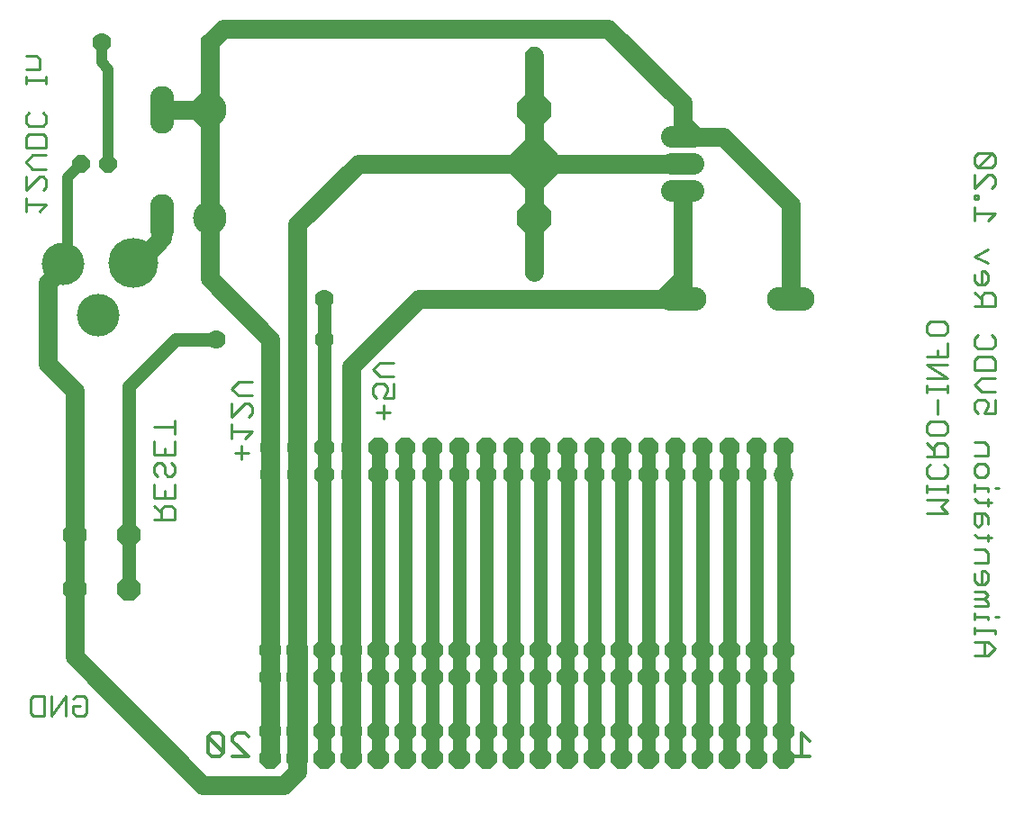
<source format=gbr>
G75*
G70*
%OFA0B0*%
%FSLAX24Y24*%
%IPPOS*%
%LPD*%
%AMOC8*
5,1,8,0,0,1.08239X$1,22.5*
%
%ADD10C,0.0100*%
%ADD11C,0.0120*%
%ADD12OC8,0.0880*%
%ADD13OC8,0.0800*%
%ADD14OC8,0.0640*%
%ADD15C,0.1575*%
%ADD16C,0.1850*%
%ADD17C,0.1240*%
%ADD18OC8,0.1240*%
%ADD19C,0.0700*%
%ADD20O,0.0880X0.1760*%
%ADD21O,0.1760X0.0880*%
%ADD22O,0.1600X0.0800*%
%ADD23C,0.0720*%
%ADD24OC8,0.0720*%
%ADD25C,0.0500*%
%ADD26C,0.0400*%
%ADD27C,0.0700*%
%ADD28C,0.0760*%
%ADD29C,0.0320*%
D10*
X002030Y005638D02*
X001903Y005765D01*
X001903Y006272D01*
X002030Y006399D01*
X002411Y006399D01*
X002411Y005638D01*
X002030Y005638D01*
X002695Y005638D02*
X002695Y006399D01*
X003202Y006399D02*
X002695Y005638D01*
X003202Y005638D02*
X003202Y006399D01*
X003487Y006272D02*
X003614Y006399D01*
X003867Y006399D01*
X003994Y006272D01*
X003994Y005765D01*
X003867Y005638D01*
X003614Y005638D01*
X003487Y005765D01*
X003487Y006019D01*
X003741Y006019D01*
X006484Y012929D02*
X007245Y012929D01*
X007245Y013309D01*
X007118Y013436D01*
X006865Y013436D01*
X006738Y013309D01*
X006738Y012929D01*
X006738Y013182D02*
X006484Y013436D01*
X006484Y013721D02*
X006484Y014228D01*
X006611Y014513D02*
X006484Y014639D01*
X006484Y014893D01*
X006611Y015020D01*
X006738Y015020D01*
X006865Y014893D01*
X006865Y014639D01*
X006991Y014513D01*
X007118Y014513D01*
X007245Y014639D01*
X007245Y014893D01*
X007118Y015020D01*
X007245Y015304D02*
X006484Y015304D01*
X006484Y015812D01*
X006865Y015558D02*
X006865Y015304D01*
X007245Y015304D02*
X007245Y015812D01*
X007245Y016096D02*
X007245Y016603D01*
X007245Y016350D02*
X006484Y016350D01*
X007245Y014228D02*
X007245Y013721D01*
X006484Y013721D01*
X006865Y013721D02*
X006865Y013974D01*
X009471Y015392D02*
X009978Y015392D01*
X009725Y015645D02*
X009725Y015138D01*
X009851Y015930D02*
X010105Y016184D01*
X009344Y016184D01*
X009344Y016437D02*
X009344Y015930D01*
X009344Y016722D02*
X009851Y017229D01*
X009978Y017229D01*
X010105Y017102D01*
X010105Y016849D01*
X009978Y016722D01*
X009344Y016722D02*
X009344Y017229D01*
X009598Y017514D02*
X009344Y017767D01*
X009598Y018021D01*
X010105Y018021D01*
X010105Y017514D02*
X009598Y017514D01*
X014594Y017557D02*
X014721Y017430D01*
X014594Y017557D02*
X014594Y017810D01*
X014721Y017937D01*
X014975Y017937D01*
X015101Y017810D01*
X015101Y017684D01*
X014975Y017430D01*
X015355Y017430D01*
X015355Y017937D01*
X015355Y018222D02*
X014848Y018222D01*
X014594Y018476D01*
X014848Y018729D01*
X015355Y018729D01*
X014975Y017145D02*
X014975Y016638D01*
X015228Y016892D02*
X014721Y016892D01*
X002495Y024571D02*
X001734Y024571D01*
X001734Y024824D02*
X001734Y024317D01*
X002241Y024317D02*
X002495Y024571D01*
X002368Y025109D02*
X002495Y025236D01*
X002495Y025489D01*
X002368Y025616D01*
X002241Y025616D01*
X001734Y025109D01*
X001734Y025616D01*
X001988Y025901D02*
X001734Y026154D01*
X001988Y026408D01*
X002495Y026408D01*
X002495Y026693D02*
X002495Y027073D01*
X002368Y027200D01*
X001861Y027200D01*
X001734Y027073D01*
X001734Y026693D01*
X002495Y026693D01*
X002495Y025901D02*
X001988Y025901D01*
X001861Y027485D02*
X001734Y027611D01*
X001734Y027865D01*
X001861Y027992D01*
X002368Y027992D02*
X002495Y027865D01*
X002495Y027611D01*
X002368Y027485D01*
X001861Y027485D01*
X001734Y029068D02*
X001734Y029322D01*
X001734Y029195D02*
X002495Y029195D01*
X002495Y029068D02*
X002495Y029322D01*
X002241Y029596D02*
X002241Y029977D01*
X002115Y030103D01*
X001734Y030103D01*
X001734Y029596D02*
X002241Y029596D01*
X035094Y020117D02*
X035221Y020244D01*
X035728Y020244D01*
X035855Y020117D01*
X035855Y019864D01*
X035728Y019737D01*
X035221Y019737D01*
X035094Y019864D01*
X035094Y020117D01*
X035475Y019199D02*
X035475Y018945D01*
X035855Y018945D02*
X035855Y019452D01*
X035855Y018945D02*
X035094Y018945D01*
X035094Y018660D02*
X035855Y018660D01*
X035855Y018153D02*
X035094Y018660D01*
X035094Y018153D02*
X035855Y018153D01*
X035855Y017879D02*
X035855Y017625D01*
X035855Y017752D02*
X035094Y017752D01*
X035094Y017625D02*
X035094Y017879D01*
X035475Y017341D02*
X035475Y016834D01*
X035221Y016549D02*
X035728Y016549D01*
X035855Y016422D01*
X035855Y016169D01*
X035728Y016042D01*
X035221Y016042D01*
X035094Y016169D01*
X035094Y016422D01*
X035221Y016549D01*
X035094Y015757D02*
X035348Y015503D01*
X035348Y015630D02*
X035348Y015250D01*
X035094Y015250D02*
X035855Y015250D01*
X035855Y015630D01*
X035728Y015757D01*
X035475Y015757D01*
X035348Y015630D01*
X035221Y014965D02*
X035094Y014838D01*
X035094Y014585D01*
X035221Y014458D01*
X035728Y014458D01*
X035855Y014585D01*
X035855Y014838D01*
X035728Y014965D01*
X036844Y014867D02*
X036971Y014994D01*
X037225Y014994D01*
X037351Y014867D01*
X037351Y014614D01*
X037225Y014487D01*
X036971Y014487D01*
X036844Y014614D01*
X036844Y014867D01*
X036844Y015279D02*
X037351Y015279D01*
X037351Y015659D01*
X037225Y015786D01*
X036844Y015786D01*
X036971Y016863D02*
X036844Y016989D01*
X036844Y017243D01*
X036971Y017370D01*
X037225Y017370D01*
X037351Y017243D01*
X037351Y017116D01*
X037225Y016863D01*
X037605Y016863D01*
X037605Y017370D01*
X037605Y017654D02*
X037098Y017654D01*
X036844Y017908D01*
X037098Y018162D01*
X037605Y018162D01*
X037605Y018446D02*
X037605Y018827D01*
X037478Y018953D01*
X036971Y018953D01*
X036844Y018827D01*
X036844Y018446D01*
X037605Y018446D01*
X037478Y019238D02*
X036971Y019238D01*
X036844Y019365D01*
X036844Y019619D01*
X036971Y019745D01*
X037478Y019745D02*
X037605Y019619D01*
X037605Y019365D01*
X037478Y019238D01*
X037605Y020822D02*
X036844Y020822D01*
X037098Y020822D02*
X037098Y021202D01*
X037225Y021329D01*
X037478Y021329D01*
X037605Y021202D01*
X037605Y020822D01*
X037098Y021075D02*
X036844Y021329D01*
X036971Y021614D02*
X036844Y021741D01*
X036844Y021994D01*
X037098Y022121D02*
X037098Y021614D01*
X037225Y021614D02*
X037351Y021741D01*
X037351Y021994D01*
X037225Y022121D01*
X037098Y022121D01*
X037351Y022406D02*
X036844Y022659D01*
X037351Y022913D01*
X037351Y023989D02*
X037605Y024243D01*
X036844Y024243D01*
X036844Y024496D02*
X036844Y023989D01*
X036844Y024781D02*
X036844Y024908D01*
X036971Y024908D01*
X036971Y024781D01*
X036844Y024781D01*
X036844Y025177D02*
X037351Y025684D01*
X037478Y025684D01*
X037605Y025557D01*
X037605Y025304D01*
X037478Y025177D01*
X036844Y025177D02*
X036844Y025684D01*
X036971Y025969D02*
X037478Y026476D01*
X036971Y026476D01*
X036844Y026349D01*
X036844Y026096D01*
X036971Y025969D01*
X037478Y025969D01*
X037605Y026096D01*
X037605Y026349D01*
X037478Y026476D01*
X037225Y021614D02*
X036971Y021614D01*
X036844Y014213D02*
X036844Y013959D01*
X036844Y014086D02*
X037351Y014086D01*
X037351Y013959D01*
X037351Y013685D02*
X037351Y013431D01*
X037478Y013558D02*
X036971Y013558D01*
X036844Y013685D01*
X036844Y013146D02*
X036844Y012766D01*
X036971Y012639D01*
X037098Y012766D01*
X037098Y013146D01*
X037225Y013146D02*
X036844Y013146D01*
X037225Y013146D02*
X037351Y013020D01*
X037351Y012766D01*
X037351Y012365D02*
X037351Y012111D01*
X037478Y012238D02*
X036971Y012238D01*
X036844Y012365D01*
X036844Y011827D02*
X037225Y011827D01*
X037351Y011700D01*
X037351Y011320D01*
X036844Y011320D01*
X037098Y011035D02*
X037098Y010528D01*
X037225Y010528D02*
X037351Y010655D01*
X037351Y010908D01*
X037225Y011035D01*
X037098Y011035D01*
X036844Y010908D02*
X036844Y010655D01*
X036971Y010528D01*
X037225Y010528D01*
X037225Y010243D02*
X036844Y010243D01*
X036844Y009989D02*
X037225Y009989D01*
X037351Y010116D01*
X037225Y010243D01*
X037225Y009989D02*
X037351Y009863D01*
X037351Y009736D01*
X036844Y009736D01*
X036844Y009462D02*
X036844Y009208D01*
X036844Y009335D02*
X037351Y009335D01*
X037351Y009208D01*
X037605Y009335D02*
X037732Y009335D01*
X037605Y008807D02*
X036844Y008807D01*
X036844Y008680D02*
X036844Y008934D01*
X036844Y008395D02*
X037351Y008395D01*
X037605Y008142D01*
X037351Y007888D01*
X036844Y007888D01*
X037225Y007888D02*
X037225Y008395D01*
X037605Y008680D02*
X037605Y008807D01*
X035855Y013138D02*
X035094Y013138D01*
X035601Y013392D02*
X035855Y013645D01*
X035094Y013645D01*
X035094Y013930D02*
X035094Y014184D01*
X035094Y014057D02*
X035855Y014057D01*
X035855Y013930D02*
X035855Y014184D01*
X035601Y013392D02*
X035855Y013138D01*
X037605Y014086D02*
X037732Y014086D01*
D11*
X030441Y005029D02*
X030441Y004148D01*
X030734Y004148D02*
X030147Y004148D01*
X030734Y004735D02*
X030441Y005029D01*
X009984Y004882D02*
X009837Y005029D01*
X009544Y005029D01*
X009397Y004882D01*
X009397Y004735D01*
X009984Y004148D01*
X009397Y004148D01*
X009064Y004295D02*
X008476Y004882D01*
X008476Y004295D01*
X008623Y004148D01*
X008917Y004148D01*
X009064Y004295D01*
X009064Y004882D01*
X008917Y005029D01*
X008623Y005029D01*
X008476Y004882D01*
D12*
X005544Y010338D03*
X003544Y010338D03*
X003544Y012338D03*
X005544Y012338D03*
D13*
X010794Y008088D03*
X010794Y007088D03*
X011794Y007088D03*
X012794Y007088D03*
X013794Y007088D03*
X014794Y007088D03*
X015794Y007088D03*
X016794Y007088D03*
X017794Y007088D03*
X018794Y007088D03*
X019794Y007088D03*
X020794Y007088D03*
X021794Y007088D03*
X022794Y007088D03*
X023794Y007088D03*
X024794Y007088D03*
X025794Y007088D03*
X026794Y007088D03*
X027794Y007088D03*
X028794Y007088D03*
X029794Y007088D03*
X029794Y008088D03*
X028794Y008088D03*
X027794Y008088D03*
X026794Y008088D03*
X025794Y008088D03*
X024794Y008088D03*
X023794Y008088D03*
X022794Y008088D03*
X021794Y008088D03*
X020794Y008088D03*
X019794Y008088D03*
X018794Y008088D03*
X017794Y008088D03*
X016794Y008088D03*
X015794Y008088D03*
X014794Y008088D03*
X013794Y008088D03*
X012794Y008088D03*
X011794Y008088D03*
X011794Y005088D03*
X012794Y005088D03*
X012794Y004088D03*
X011794Y004088D03*
X010794Y004088D03*
X010794Y005088D03*
X013794Y005088D03*
X014794Y005088D03*
X014794Y004088D03*
X013794Y004088D03*
X015794Y004088D03*
X016794Y004088D03*
X017794Y004088D03*
X018794Y004088D03*
X019794Y004088D03*
X020794Y004088D03*
X021794Y004088D03*
X022794Y004088D03*
X023794Y004088D03*
X024794Y004088D03*
X025794Y004088D03*
X026794Y004088D03*
X027794Y004088D03*
X028794Y004088D03*
X029794Y004088D03*
X029794Y005088D03*
X028794Y005088D03*
X027794Y005088D03*
X026794Y005088D03*
X025794Y005088D03*
X024794Y005088D03*
X023794Y005088D03*
X022794Y005088D03*
X021794Y005088D03*
X020794Y005088D03*
X019794Y005088D03*
X018794Y005088D03*
X017794Y005088D03*
X016794Y005088D03*
X015794Y005088D03*
D14*
X020544Y021088D03*
X020544Y022088D03*
X020544Y030088D03*
X020544Y031088D03*
X004794Y026088D03*
X003794Y026088D03*
D15*
X003109Y022391D03*
X004416Y020502D03*
D16*
X005729Y022431D03*
D17*
X008544Y024088D03*
X008544Y028088D03*
D18*
X020544Y028088D03*
X020544Y024088D03*
D19*
X016794Y021088D03*
X012794Y021088D03*
X012794Y019588D03*
X008794Y019588D03*
X008544Y030588D03*
X004544Y030588D03*
D20*
X006794Y028088D03*
X006794Y024088D03*
D21*
X026044Y021088D03*
X030044Y021088D03*
D22*
X026044Y025088D03*
X026044Y026088D03*
X026044Y027088D03*
D23*
X029794Y014588D03*
D24*
X028794Y014588D03*
X027794Y014588D03*
X026794Y014588D03*
X025794Y014588D03*
X024794Y014588D03*
X023794Y014588D03*
X022794Y014588D03*
X021794Y014588D03*
X020794Y014588D03*
X019794Y014588D03*
X018794Y014588D03*
X017794Y014588D03*
X016794Y014588D03*
X015794Y014588D03*
X014794Y014588D03*
X013794Y014588D03*
X012794Y014588D03*
X011794Y014588D03*
X010794Y014588D03*
X010794Y015588D03*
X011794Y015588D03*
X012794Y015588D03*
X013794Y015588D03*
X014794Y015588D03*
X015794Y015588D03*
X016794Y015588D03*
X017794Y015588D03*
X018794Y015588D03*
X019794Y015588D03*
X020794Y015588D03*
X021794Y015588D03*
X022794Y015588D03*
X023794Y015588D03*
X024794Y015588D03*
X025794Y015588D03*
X026794Y015588D03*
X027794Y015588D03*
X028794Y015588D03*
X029794Y015588D03*
D25*
X029794Y014588D01*
X029794Y008088D01*
X029794Y007088D01*
X029794Y005088D01*
X029794Y004088D01*
X028794Y004088D02*
X028794Y005088D01*
X028794Y007088D01*
X028794Y008088D01*
X028794Y014588D01*
X028794Y015588D01*
X027794Y015588D02*
X027794Y014588D01*
X027794Y008088D01*
X027794Y007088D01*
X027794Y005088D01*
X027794Y004088D01*
X026794Y004088D02*
X026794Y005088D01*
X026794Y007088D01*
X026794Y008088D01*
X026794Y014588D01*
X026794Y015588D01*
X025794Y015588D02*
X025794Y014588D01*
X025794Y008088D01*
X025794Y007088D01*
X025794Y005088D01*
X025794Y004088D01*
X024794Y004088D02*
X024794Y005088D01*
X024794Y007088D01*
X024794Y008088D01*
X024794Y014588D01*
X024794Y015588D01*
X023794Y015588D02*
X023794Y014588D01*
X023794Y008088D01*
X023794Y007088D01*
X023794Y005088D01*
X023794Y004088D01*
X022794Y004088D02*
X022794Y005088D01*
X022794Y007088D01*
X022794Y008088D01*
X022794Y014588D01*
X022794Y015588D01*
X021794Y015588D02*
X021794Y014588D01*
X021794Y008088D01*
X021794Y007088D01*
X021794Y005088D01*
X021794Y004088D01*
X020794Y004088D02*
X020794Y005088D01*
X020794Y007088D01*
X020794Y008088D01*
X020794Y014588D01*
X020794Y015588D01*
X019794Y015588D02*
X019794Y014588D01*
X019794Y008088D01*
X019794Y007088D01*
X019794Y005088D01*
X019794Y004088D01*
X018794Y004088D02*
X018794Y005088D01*
X018794Y007088D01*
X018794Y008088D01*
X018794Y014588D01*
X018794Y015588D01*
X017794Y015588D02*
X017794Y014588D01*
X017794Y008088D01*
X017794Y007088D01*
X017794Y005088D01*
X017794Y004088D01*
X016794Y004088D02*
X016794Y005088D01*
X016794Y007088D01*
X016794Y008088D01*
X016794Y014588D01*
X016794Y015588D01*
X015794Y015588D02*
X015794Y014588D01*
X015794Y008088D01*
X015794Y007088D01*
X015794Y005088D01*
X015794Y004088D01*
X014794Y004088D02*
X014794Y005088D01*
X014794Y007088D01*
X014794Y008088D01*
X014794Y014588D01*
X014794Y015588D01*
X012794Y015588D02*
X012794Y014588D01*
X012794Y008088D01*
X012794Y007088D01*
X012794Y005088D01*
X012794Y004088D01*
X005544Y010338D02*
X005544Y012338D01*
X005544Y017838D01*
X007294Y019588D01*
X008794Y019588D01*
X012794Y019588D02*
X012794Y015588D01*
X012794Y019588D02*
X012794Y021088D01*
D26*
X004794Y026088D02*
X004794Y029588D01*
X004544Y029838D01*
X004544Y030588D01*
X003794Y026088D02*
X003294Y025588D01*
X003294Y022588D01*
X003044Y022588D01*
D27*
X003109Y022391D02*
X003109Y022256D01*
X002544Y021691D01*
X002544Y018691D01*
X003544Y017691D01*
X003544Y012338D01*
X003544Y010338D01*
X003544Y007838D01*
X008294Y003088D01*
X011294Y003088D01*
X011794Y003588D01*
X011794Y004088D01*
X010794Y004088D02*
X010794Y005088D01*
X010794Y007088D01*
X010794Y008088D01*
X010794Y014588D01*
X010794Y015588D01*
X010794Y019588D01*
X008544Y021838D01*
X008544Y024088D01*
X008544Y027588D01*
X008044Y028088D01*
X008544Y028588D01*
X008544Y030588D01*
X009044Y031088D01*
X020544Y031088D01*
X023294Y031088D01*
X026044Y028338D01*
X026044Y027588D01*
X026544Y027088D01*
X027544Y027088D01*
X030044Y024588D01*
X030044Y021088D01*
X026044Y021088D02*
X026044Y021838D01*
X025294Y021088D01*
X026044Y021088D01*
X025294Y021088D02*
X020544Y021088D01*
X016794Y021088D01*
X016294Y021088D01*
X013794Y018588D01*
X013794Y015588D01*
X013794Y014588D01*
X013794Y008088D01*
X013794Y007088D01*
X013794Y005088D01*
X013794Y004088D01*
X011794Y008088D02*
X011794Y014588D01*
X011794Y015588D01*
X011794Y023838D01*
X014044Y026088D01*
X019794Y026088D01*
X020544Y025338D01*
X021294Y026088D01*
X020544Y026838D01*
X019794Y026088D01*
X020544Y026088D01*
X020544Y026838D01*
X020544Y028088D01*
X020544Y030088D01*
X020544Y026088D02*
X021294Y026088D01*
X026044Y026088D01*
X026044Y027088D02*
X026544Y027088D01*
X026044Y027088D02*
X026044Y027588D01*
X026044Y025088D02*
X026044Y021838D01*
X020544Y022088D02*
X020544Y024088D01*
X020544Y025338D01*
X020544Y026088D01*
X008544Y027588D02*
X008544Y028088D01*
X008544Y028588D01*
X008544Y028088D02*
X008044Y028088D01*
X006794Y028088D01*
X006794Y024088D02*
X006794Y023338D01*
X006044Y022588D01*
X005794Y022588D01*
X005729Y022523D01*
X005729Y022431D01*
D28*
X011794Y008088D02*
X011794Y007088D01*
X011794Y005088D01*
X011794Y004088D01*
D29*
X003109Y022391D02*
X003109Y022523D01*
X003044Y022588D01*
M02*

</source>
